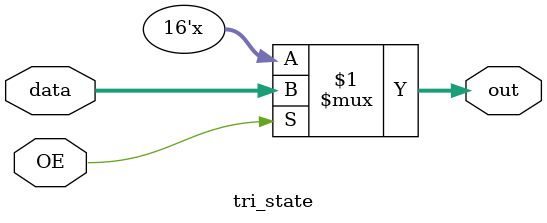
<source format=v>
module tri_state(
    input wire [15:0] data,  // Dữ liệu đầu vào 16-bit
    input wire OE,       // Tín hiệu điều khiển
    output wire [15:0] out   // Đầu ra
);
    assign out = (OE) ? data : 16'bz; // Trở kháng cao nếu enable = 0
endmodule

</source>
